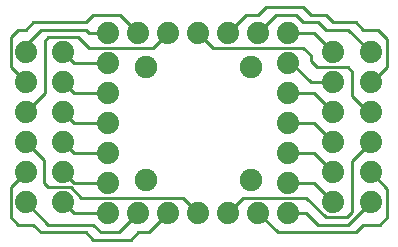
<source format=gbr>
G04 EAGLE Gerber RS-274X export*
G75*
%MOMM*%
%FSLAX34Y34*%
%LPD*%
%INTop Copper*%
%IPPOS*%
%AMOC8*
5,1,8,0,0,1.08239X$1,22.5*%
G01*
%ADD10C,1.879600*%
%ADD11C,0.254000*%
%ADD12C,1.905000*%


D10*
X101600Y73660D03*
X101600Y99060D03*
X101600Y124460D03*
X101600Y149860D03*
X101600Y175260D03*
X101600Y200660D03*
X101600Y226060D03*
X127000Y226060D03*
X152400Y226060D03*
X177800Y226060D03*
X203200Y226060D03*
X228600Y226060D03*
X254000Y226060D03*
X254000Y200660D03*
X254000Y175260D03*
X254000Y149860D03*
X254000Y124460D03*
X254000Y99060D03*
X254000Y73660D03*
X228600Y73660D03*
X203200Y73660D03*
X177800Y73660D03*
X152400Y73660D03*
X127000Y73660D03*
X323850Y209550D03*
X323850Y184150D03*
X323850Y158750D03*
X323850Y133350D03*
X323850Y107950D03*
X323850Y82550D03*
X292100Y209550D03*
X292100Y184150D03*
X292100Y158750D03*
X292100Y133350D03*
X292100Y107950D03*
X292100Y82550D03*
X31750Y82550D03*
X31750Y107950D03*
X31750Y133350D03*
X31750Y158750D03*
X31750Y184150D03*
X31750Y209550D03*
X63500Y82550D03*
X63500Y107950D03*
X63500Y133350D03*
X63500Y158750D03*
X63500Y184150D03*
X63500Y209550D03*
D11*
X63500Y82550D02*
X72390Y73660D01*
X101600Y73660D01*
X72390Y124460D02*
X63500Y133350D01*
X72390Y124460D02*
X101600Y124460D01*
X72390Y175260D02*
X63500Y184150D01*
X72390Y175260D02*
X101600Y175260D01*
X101600Y99060D02*
X72390Y99060D01*
X63500Y107950D01*
X72390Y149860D02*
X63500Y158750D01*
X72390Y149860D02*
X101600Y149860D01*
X72390Y200660D02*
X63500Y209550D01*
X72390Y200660D02*
X101600Y200660D01*
X127000Y226060D02*
X111760Y241300D01*
X88900Y241300D02*
X82550Y234950D01*
X38100Y234950D01*
X31750Y228600D01*
X25400Y228600D01*
X19050Y222250D01*
X19050Y196850D01*
X31750Y184150D01*
X88900Y241300D02*
X111760Y241300D01*
X177800Y226060D02*
X190500Y213360D01*
X266446Y213360D01*
X273050Y206756D01*
X273050Y201676D01*
X277876Y196850D01*
X304165Y196850D01*
X308102Y192913D01*
X308102Y172212D01*
X321564Y158750D01*
X323850Y158750D01*
X243840Y241300D02*
X228600Y226060D01*
X243840Y241300D02*
X260350Y241300D01*
X266700Y234950D01*
X279400Y234950D01*
X285750Y228600D01*
X304800Y228600D01*
X323850Y209550D01*
X275590Y226060D02*
X254000Y226060D01*
X275590Y226060D02*
X292100Y209550D01*
X275590Y175260D02*
X254000Y175260D01*
X275590Y175260D02*
X292100Y158750D01*
X275590Y124460D02*
X254000Y124460D01*
X275590Y124460D02*
X292100Y107950D01*
X275590Y99060D02*
X254000Y99060D01*
X275590Y99060D02*
X292100Y82550D01*
X323850Y107950D02*
X337819Y93981D01*
X337819Y69850D01*
X331469Y63500D01*
X317500Y63500D01*
X311150Y57150D01*
X245110Y57150D02*
X228600Y73660D01*
X245110Y57150D02*
X311150Y57150D01*
X177800Y73660D02*
X165100Y86360D01*
X78740Y86360D02*
X69850Y95250D01*
X47244Y98425D02*
X47244Y117983D01*
X31877Y133350D01*
X31750Y133350D01*
X78740Y86360D02*
X165100Y86360D01*
X69850Y95250D02*
X50419Y95250D01*
X47244Y98425D01*
X110490Y57150D02*
X127000Y73660D01*
X95250Y57150D02*
X88900Y63500D01*
X50800Y63500D01*
X31750Y82550D01*
X95250Y57150D02*
X110490Y57150D01*
X254000Y149860D02*
X275590Y149860D01*
X292100Y133350D01*
X256540Y200660D02*
X254000Y200660D01*
X256540Y200660D02*
X273050Y184150D01*
X292100Y184150D01*
X269240Y73660D02*
X254000Y73660D01*
X279400Y63500D02*
X304800Y63500D01*
X323850Y82550D01*
X279400Y63500D02*
X269240Y73660D01*
X85090Y213360D02*
X76200Y222250D01*
X50800Y222250D01*
X47625Y219075D01*
X47625Y174625D02*
X31750Y158750D01*
X47625Y174625D02*
X47625Y219075D01*
X139700Y213360D02*
X152400Y226060D01*
X139700Y213360D02*
X85090Y213360D01*
X203200Y226060D02*
X218440Y241300D01*
X228600Y241300D02*
X234950Y247650D01*
X266700Y247650D01*
X273050Y241300D01*
X285750Y241300D01*
X292100Y234950D01*
X311150Y234950D01*
X317500Y228600D01*
X330200Y228600D01*
X337821Y220979D01*
X337821Y196850D01*
X325121Y184150D01*
X323850Y184150D01*
X228600Y241300D02*
X218440Y241300D01*
X215900Y86360D02*
X203200Y73660D01*
X215900Y86360D02*
X269240Y86360D01*
X285750Y69850D01*
X303657Y69850D01*
X308102Y117602D02*
X323850Y133350D01*
X308102Y74295D02*
X303657Y69850D01*
X308102Y74295D02*
X308102Y117602D01*
X152400Y73660D02*
X135890Y57150D01*
X127000Y57150D01*
X120650Y50800D01*
X88900Y50800D01*
X82550Y57150D01*
X44450Y57150D01*
X38100Y63500D01*
X25400Y63500D01*
X19050Y69850D01*
X19050Y95250D01*
X31750Y107950D01*
X85090Y226060D02*
X101600Y226060D01*
X85090Y226060D02*
X82550Y228600D01*
X44450Y228600D01*
X31750Y215900D01*
X31750Y209550D01*
D12*
X133350Y196850D03*
X222250Y196850D03*
X133350Y101600D03*
X222250Y101600D03*
M02*

</source>
